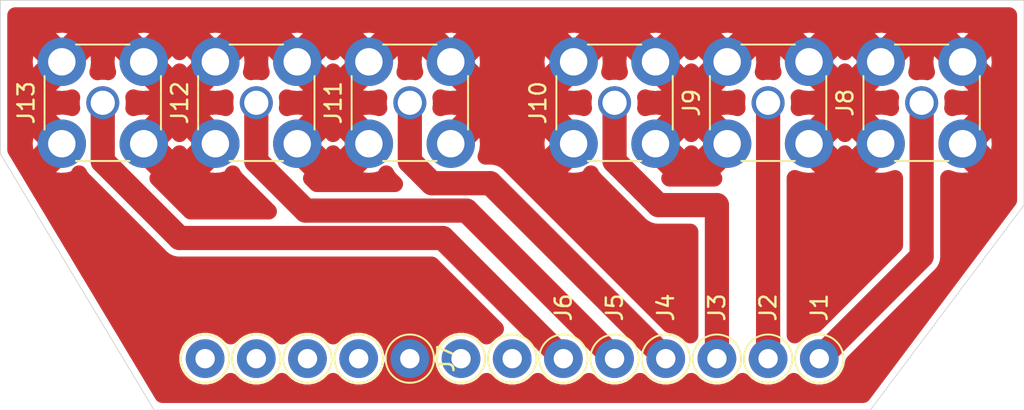
<source format=kicad_pcb>
(kicad_pcb (version 20171130) (host pcbnew "(5.1.9)-1")

  (general
    (thickness 1.6)
    (drawings 6)
    (tracks 19)
    (zones 0)
    (modules 19)
    (nets 8)
  )

  (page A4)
  (layers
    (0 F.Cu signal)
    (31 B.Cu signal)
    (32 B.Adhes user)
    (33 F.Adhes user)
    (34 B.Paste user)
    (35 F.Paste user)
    (36 B.SilkS user)
    (37 F.SilkS user)
    (38 B.Mask user)
    (39 F.Mask user)
    (40 Dwgs.User user)
    (41 Cmts.User user)
    (42 Eco1.User user)
    (43 Eco2.User user)
    (44 Edge.Cuts user)
    (45 Margin user)
    (46 B.CrtYd user hide)
    (47 F.CrtYd user)
    (48 B.Fab user)
    (49 F.Fab user hide)
  )

  (setup
    (last_trace_width 0.25)
    (user_trace_width 1.5)
    (trace_clearance 0.2)
    (zone_clearance 0.4)
    (zone_45_only no)
    (trace_min 0.2)
    (via_size 0.8)
    (via_drill 0.4)
    (via_min_size 0.4)
    (via_min_drill 0.3)
    (uvia_size 0.3)
    (uvia_drill 0.1)
    (uvias_allowed no)
    (uvia_min_size 0.2)
    (uvia_min_drill 0.1)
    (edge_width 0.05)
    (segment_width 0.2)
    (pcb_text_width 0.3)
    (pcb_text_size 1.5 1.5)
    (mod_edge_width 0.12)
    (mod_text_size 1 1)
    (mod_text_width 0.15)
    (pad_size 3 3)
    (pad_drill 1.7)
    (pad_to_mask_clearance 0)
    (aux_axis_origin 0 0)
    (visible_elements 7FFFFFFF)
    (pcbplotparams
      (layerselection 0x01000_7fffffff)
      (usegerberextensions false)
      (usegerberattributes true)
      (usegerberadvancedattributes true)
      (creategerberjobfile true)
      (excludeedgelayer true)
      (linewidth 0.100000)
      (plotframeref false)
      (viasonmask false)
      (mode 1)
      (useauxorigin false)
      (hpglpennumber 1)
      (hpglpenspeed 20)
      (hpglpendiameter 15.000000)
      (psnegative false)
      (psa4output false)
      (plotreference true)
      (plotvalue true)
      (plotinvisibletext false)
      (padsonsilk false)
      (subtractmaskfromsilk false)
      (outputformat 1)
      (mirror false)
      (drillshape 0)
      (scaleselection 1)
      (outputdirectory "gerber/"))
  )

  (net 0 "")
  (net 1 "Net-(J1-Pad1)")
  (net 2 "Net-(J2-Pad1)")
  (net 3 "Net-(J10-Pad1)")
  (net 4 "Net-(J11-Pad1)")
  (net 5 "Net-(J12-Pad1)")
  (net 6 "Net-(J13-Pad1)")
  (net 7 GNDA)

  (net_class Default "This is the default net class."
    (clearance 0.2)
    (trace_width 0.25)
    (via_dia 0.8)
    (via_drill 0.4)
    (uvia_dia 0.3)
    (uvia_drill 0.1)
    (add_net GNDA)
    (add_net "Net-(J1-Pad1)")
    (add_net "Net-(J10-Pad1)")
    (add_net "Net-(J11-Pad1)")
    (add_net "Net-(J12-Pad1)")
    (add_net "Net-(J13-Pad1)")
    (add_net "Net-(J2-Pad1)")
  )

  (module Connector_Pin:Pin_D1.0mm_L10.0mm_LooseFit (layer F.Cu) (tedit 5A1DC085) (tstamp 619CB25F)
    (at 104.775 104.775 90)
    (descr "solder Pin_ diameter 1.0mm, hole diameter 1.2mm (loose fit), length 10.0mm")
    (tags "solder Pin_ loose fit")
    (path /619D532B)
    (fp_text reference J6 (at 3.175 0 90) (layer F.SilkS) hide
      (effects (font (size 1 1) (thickness 0.15)))
    )
    (fp_text value Conn_01x01_Male (at 0 -2.05 90) (layer F.Fab)
      (effects (font (size 1 1) (thickness 0.15)))
    )
    (fp_circle (center 0 0) (end 1.7 0) (layer F.CrtYd) (width 0.05))
    (fp_circle (center 0 0) (end 0.5 0) (layer F.Fab) (width 0.12))
    (fp_circle (center 0 0) (end 1.2 0) (layer F.Fab) (width 0.12))
    (fp_circle (center 0 0) (end 1.5 0.05) (layer F.SilkS) (width 0.12))
    (fp_text user %R (at 0 2.25 90) (layer F.Fab)
      (effects (font (size 1 1) (thickness 0.15)))
    )
    (pad 1 thru_hole circle (at 0 0 90) (size 2.4 2.4) (drill 1.2) (layers *.Cu *.Mask))
    (model ${KISYS3DMOD}/Connector_Pin.3dshapes/Pin_D1.0mm_L10.0mm_LooseFit.wrl
      (at (xyz 0 0 0))
      (scale (xyz 1 1 1))
      (rotate (xyz 0 0 0))
    )
  )

  (module Connector_Pin:Pin_D1.0mm_L10.0mm_LooseFit (layer F.Cu) (tedit 5A1DC085) (tstamp 619CB256)
    (at 107.95 104.775 90)
    (descr "solder Pin_ diameter 1.0mm, hole diameter 1.2mm (loose fit), length 10.0mm")
    (tags "solder Pin_ loose fit")
    (path /619D532B)
    (fp_text reference J6 (at 3.175 0 90) (layer F.SilkS) hide
      (effects (font (size 1 1) (thickness 0.15)))
    )
    (fp_text value Conn_01x01_Male (at 0 -2.05 90) (layer F.Fab)
      (effects (font (size 1 1) (thickness 0.15)))
    )
    (fp_circle (center 0 0) (end 1.7 0) (layer F.CrtYd) (width 0.05))
    (fp_circle (center 0 0) (end 0.5 0) (layer F.Fab) (width 0.12))
    (fp_circle (center 0 0) (end 1.2 0) (layer F.Fab) (width 0.12))
    (fp_circle (center 0 0) (end 1.5 0.05) (layer F.SilkS) (width 0.12))
    (fp_text user %R (at 0 2.25 90) (layer F.Fab)
      (effects (font (size 1 1) (thickness 0.15)))
    )
    (pad 1 thru_hole circle (at 0 0 90) (size 2.4 2.4) (drill 1.2) (layers *.Cu *.Mask))
    (model ${KISYS3DMOD}/Connector_Pin.3dshapes/Pin_D1.0mm_L10.0mm_LooseFit.wrl
      (at (xyz 0 0 0))
      (scale (xyz 1 1 1))
      (rotate (xyz 0 0 0))
    )
  )

  (module Connector_Pin:Pin_D1.0mm_L10.0mm_LooseFit (layer F.Cu) (tedit 5A1DC085) (tstamp 619CB25F)
    (at 111.125 104.775 90)
    (descr "solder Pin_ diameter 1.0mm, hole diameter 1.2mm (loose fit), length 10.0mm")
    (tags "solder Pin_ loose fit")
    (path /619D532B)
    (fp_text reference J6 (at 3.175 0 90) (layer F.SilkS) hide
      (effects (font (size 1 1) (thickness 0.15)))
    )
    (fp_text value Conn_01x01_Male (at 0 -2.05 90) (layer F.Fab)
      (effects (font (size 1 1) (thickness 0.15)))
    )
    (fp_circle (center 0 0) (end 1.7 0) (layer F.CrtYd) (width 0.05))
    (fp_circle (center 0 0) (end 0.5 0) (layer F.Fab) (width 0.12))
    (fp_circle (center 0 0) (end 1.2 0) (layer F.Fab) (width 0.12))
    (fp_circle (center 0 0) (end 1.5 0.05) (layer F.SilkS) (width 0.12))
    (fp_text user %R (at 0 2.25 90) (layer F.Fab)
      (effects (font (size 1 1) (thickness 0.15)))
    )
    (pad 1 thru_hole circle (at 0 0 90) (size 2.4 2.4) (drill 1.2) (layers *.Cu *.Mask))
    (model ${KISYS3DMOD}/Connector_Pin.3dshapes/Pin_D1.0mm_L10.0mm_LooseFit.wrl
      (at (xyz 0 0 0))
      (scale (xyz 1 1 1))
      (rotate (xyz 0 0 0))
    )
  )

  (module Connector_Pin:Pin_D1.0mm_L10.0mm_LooseFit (layer F.Cu) (tedit 5A1DC085) (tstamp 619CB256)
    (at 101.6 104.775 90)
    (descr "solder Pin_ diameter 1.0mm, hole diameter 1.2mm (loose fit), length 10.0mm")
    (tags "solder Pin_ loose fit")
    (path /619D532B)
    (fp_text reference J6 (at 3.175 0 90) (layer F.SilkS) hide
      (effects (font (size 1 1) (thickness 0.15)))
    )
    (fp_text value Conn_01x01_Male (at 0 -2.05 90) (layer F.Fab)
      (effects (font (size 1 1) (thickness 0.15)))
    )
    (fp_circle (center 0 0) (end 1.7 0) (layer F.CrtYd) (width 0.05))
    (fp_circle (center 0 0) (end 0.5 0) (layer F.Fab) (width 0.12))
    (fp_circle (center 0 0) (end 1.2 0) (layer F.Fab) (width 0.12))
    (fp_circle (center 0 0) (end 1.5 0.05) (layer F.SilkS) (width 0.12))
    (fp_text user %R (at 0 2.25 90) (layer F.Fab)
      (effects (font (size 1 1) (thickness 0.15)))
    )
    (pad 1 thru_hole circle (at 0 0 90) (size 2.4 2.4) (drill 1.2) (layers *.Cu *.Mask))
    (model ${KISYS3DMOD}/Connector_Pin.3dshapes/Pin_D1.0mm_L10.0mm_LooseFit.wrl
      (at (xyz 0 0 0))
      (scale (xyz 1 1 1))
      (rotate (xyz 0 0 0))
    )
  )

  (module Connector_Pin:Pin_D1.0mm_L10.0mm_LooseFit (layer F.Cu) (tedit 5A1DC085) (tstamp 619CB1ED)
    (at 117.475 104.775 90)
    (descr "solder Pin_ diameter 1.0mm, hole diameter 1.2mm (loose fit), length 10.0mm")
    (tags "solder Pin_ loose fit")
    (path /619D532B)
    (fp_text reference J6 (at 3.175 0 90) (layer F.SilkS) hide
      (effects (font (size 1 1) (thickness 0.15)))
    )
    (fp_text value Conn_01x01_Male (at 0 -2.05 90) (layer F.Fab)
      (effects (font (size 1 1) (thickness 0.15)))
    )
    (fp_circle (center 0 0) (end 1.7 0) (layer F.CrtYd) (width 0.05))
    (fp_circle (center 0 0) (end 0.5 0) (layer F.Fab) (width 0.12))
    (fp_circle (center 0 0) (end 1.2 0) (layer F.Fab) (width 0.12))
    (fp_circle (center 0 0) (end 1.5 0.05) (layer F.SilkS) (width 0.12))
    (fp_text user %R (at 0 2.25 90) (layer F.Fab)
      (effects (font (size 1 1) (thickness 0.15)))
    )
    (pad 1 thru_hole circle (at 0 0 90) (size 2.4 2.4) (drill 1.2) (layers *.Cu *.Mask))
    (model ${KISYS3DMOD}/Connector_Pin.3dshapes/Pin_D1.0mm_L10.0mm_LooseFit.wrl
      (at (xyz 0 0 0))
      (scale (xyz 1 1 1))
      (rotate (xyz 0 0 0))
    )
  )

  (module Connector_Pin:Pin_D1.0mm_L10.0mm_LooseFit (layer F.Cu) (tedit 5A1DC085) (tstamp 619CB1ED)
    (at 120.65 104.775 90)
    (descr "solder Pin_ diameter 1.0mm, hole diameter 1.2mm (loose fit), length 10.0mm")
    (tags "solder Pin_ loose fit")
    (path /619D532B)
    (fp_text reference J6 (at 3.175 0 90) (layer F.SilkS) hide
      (effects (font (size 1 1) (thickness 0.15)))
    )
    (fp_text value Conn_01x01_Male (at 0 -2.05 90) (layer F.Fab)
      (effects (font (size 1 1) (thickness 0.15)))
    )
    (fp_circle (center 0 0) (end 1.7 0) (layer F.CrtYd) (width 0.05))
    (fp_circle (center 0 0) (end 0.5 0) (layer F.Fab) (width 0.12))
    (fp_circle (center 0 0) (end 1.2 0) (layer F.Fab) (width 0.12))
    (fp_circle (center 0 0) (end 1.5 0.05) (layer F.SilkS) (width 0.12))
    (fp_text user %R (at 0 2.25 90) (layer F.Fab)
      (effects (font (size 1 1) (thickness 0.15)))
    )
    (pad 1 thru_hole circle (at 0 0 90) (size 2.4 2.4) (drill 1.2) (layers *.Cu *.Mask))
    (model ${KISYS3DMOD}/Connector_Pin.3dshapes/Pin_D1.0mm_L10.0mm_LooseFit.wrl
      (at (xyz 0 0 0))
      (scale (xyz 1 1 1))
      (rotate (xyz 0 0 0))
    )
  )

  (module Connector_Coaxial:SMA_Amphenol_132291-12_Vertical (layer F.Cu) (tedit 619C84FB) (tstamp 619CAF95)
    (at 95.25 88.9 90)
    (descr https://www.amphenolrf.com/downloads/dl/file/id/1688/product/3020/132291_12_customer_drawing.pdf)
    (tags "SMA THT Female Jack Vertical Bulkhead")
    (path /619D531F)
    (fp_text reference J13 (at 0 -4.75 90) (layer F.SilkS)
      (effects (font (size 1 1) (thickness 0.15)))
    )
    (fp_text value Conn_Coaxial (at 0 5 90) (layer F.Fab)
      (effects (font (size 1 1) (thickness 0.15)))
    )
    (fp_circle (center 0 0) (end 3.175 0) (layer F.Fab) (width 0.1))
    (fp_line (start 4.17 4.17) (end -4.17 4.17) (layer F.CrtYd) (width 0.05))
    (fp_line (start 4.17 4.17) (end 4.17 -4.17) (layer F.CrtYd) (width 0.05))
    (fp_line (start -4.17 -4.17) (end -4.17 4.17) (layer F.CrtYd) (width 0.05))
    (fp_line (start -4.17 -4.17) (end 4.17 -4.17) (layer F.CrtYd) (width 0.05))
    (fp_line (start -3.5 -3.5) (end 3.5 -3.5) (layer F.Fab) (width 0.1))
    (fp_line (start -3.5 -3.5) (end -3.5 3.5) (layer F.Fab) (width 0.1))
    (fp_line (start -3.5 3.5) (end 3.5 3.5) (layer F.Fab) (width 0.1))
    (fp_line (start 3.5 -3.5) (end 3.5 3.5) (layer F.Fab) (width 0.1))
    (fp_line (start 3.61 -1.66) (end 3.61 1.66) (layer F.SilkS) (width 0.12))
    (fp_line (start -3.61 -1.66) (end -3.61 1.66) (layer F.SilkS) (width 0.12))
    (fp_line (start 1.66 -3.61) (end -1.66 -3.61) (layer F.SilkS) (width 0.12))
    (fp_line (start 1.66 3.61) (end -1.66 3.61) (layer F.SilkS) (width 0.12))
    (fp_text user %R (at 0 0 90) (layer F.Fab)
      (effects (font (size 1 1) (thickness 0.15)))
    )
    (pad 2 thru_hole circle (at -2.54 2.54 90) (size 3 3) (drill 1.7) (layers *.Cu *.Mask)
      (net 7 GNDA))
    (pad 2 thru_hole circle (at -2.54 -2.54 90) (size 3 3) (drill 1.7) (layers *.Cu *.Mask)
      (net 7 GNDA))
    (pad 2 thru_hole circle (at 2.54 -2.54 90) (size 3 3) (drill 1.7) (layers *.Cu *.Mask)
      (net 7 GNDA))
    (pad 2 thru_hole circle (at 2.54 2.54 90) (size 3 3) (drill 1.7) (layers *.Cu *.Mask)
      (net 7 GNDA))
    (pad 1 thru_hole circle (at 0 0 90) (size 2.05 2.05) (drill 1.5) (layers *.Cu *.Mask)
      (net 6 "Net-(J13-Pad1)"))
    (model ${KISYS3DMOD}/Connector_Coaxial.3dshapes/SMA_Amphenol_132291-12_Vertical.wrl
      (at (xyz 0 0 0))
      (scale (xyz 1 1 1))
      (rotate (xyz 0 0 0))
    )
  )

  (module Connector_Coaxial:SMA_Amphenol_132291-12_Vertical (layer F.Cu) (tedit 619C84E1) (tstamp 619CAF7E)
    (at 104.775 88.9 90)
    (descr https://www.amphenolrf.com/downloads/dl/file/id/1688/product/3020/132291_12_customer_drawing.pdf)
    (tags "SMA THT Female Jack Vertical Bulkhead")
    (path /619D530D)
    (fp_text reference J12 (at 0 -4.75 90) (layer F.SilkS)
      (effects (font (size 1 1) (thickness 0.15)))
    )
    (fp_text value Conn_Coaxial (at 0 5 90) (layer F.Fab)
      (effects (font (size 1 1) (thickness 0.15)))
    )
    (fp_circle (center 0 0) (end 3.175 0) (layer F.Fab) (width 0.1))
    (fp_line (start 4.17 4.17) (end -4.17 4.17) (layer F.CrtYd) (width 0.05))
    (fp_line (start 4.17 4.17) (end 4.17 -4.17) (layer F.CrtYd) (width 0.05))
    (fp_line (start -4.17 -4.17) (end -4.17 4.17) (layer F.CrtYd) (width 0.05))
    (fp_line (start -4.17 -4.17) (end 4.17 -4.17) (layer F.CrtYd) (width 0.05))
    (fp_line (start -3.5 -3.5) (end 3.5 -3.5) (layer F.Fab) (width 0.1))
    (fp_line (start -3.5 -3.5) (end -3.5 3.5) (layer F.Fab) (width 0.1))
    (fp_line (start -3.5 3.5) (end 3.5 3.5) (layer F.Fab) (width 0.1))
    (fp_line (start 3.5 -3.5) (end 3.5 3.5) (layer F.Fab) (width 0.1))
    (fp_line (start 3.61 -1.66) (end 3.61 1.66) (layer F.SilkS) (width 0.12))
    (fp_line (start -3.61 -1.66) (end -3.61 1.66) (layer F.SilkS) (width 0.12))
    (fp_line (start 1.66 -3.61) (end -1.66 -3.61) (layer F.SilkS) (width 0.12))
    (fp_line (start 1.66 3.61) (end -1.66 3.61) (layer F.SilkS) (width 0.12))
    (fp_text user %R (at 0 0 90) (layer F.Fab)
      (effects (font (size 1 1) (thickness 0.15)))
    )
    (pad 2 thru_hole circle (at -2.54 2.54 90) (size 3 3) (drill 1.7) (layers *.Cu *.Mask)
      (net 7 GNDA))
    (pad 2 thru_hole circle (at -2.54 -2.54 90) (size 3 3) (drill 1.7) (layers *.Cu *.Mask)
      (net 7 GNDA))
    (pad 2 thru_hole circle (at 2.54 -2.54 90) (size 3 3) (drill 1.7) (layers *.Cu *.Mask)
      (net 7 GNDA))
    (pad 2 thru_hole circle (at 2.54 2.54 90) (size 3 3) (drill 1.7) (layers *.Cu *.Mask)
      (net 7 GNDA))
    (pad 1 thru_hole circle (at 0 0 90) (size 2.05 2.05) (drill 1.5) (layers *.Cu *.Mask)
      (net 5 "Net-(J12-Pad1)"))
    (model ${KISYS3DMOD}/Connector_Coaxial.3dshapes/SMA_Amphenol_132291-12_Vertical.wrl
      (at (xyz 0 0 0))
      (scale (xyz 1 1 1))
      (rotate (xyz 0 0 0))
    )
  )

  (module Connector_Coaxial:SMA_Amphenol_132291-12_Vertical (layer F.Cu) (tedit 619C84EF) (tstamp 619CAF67)
    (at 114.3 88.9 90)
    (descr https://www.amphenolrf.com/downloads/dl/file/id/1688/product/3020/132291_12_customer_drawing.pdf)
    (tags "SMA THT Female Jack Vertical Bulkhead")
    (path /619D52FB)
    (fp_text reference J11 (at 0 -4.75 90) (layer F.SilkS)
      (effects (font (size 1 1) (thickness 0.15)))
    )
    (fp_text value Conn_Coaxial (at 0 5 90) (layer F.Fab)
      (effects (font (size 1 1) (thickness 0.15)))
    )
    (fp_circle (center 0 0) (end 3.175 0) (layer F.Fab) (width 0.1))
    (fp_line (start 4.17 4.17) (end -4.17 4.17) (layer F.CrtYd) (width 0.05))
    (fp_line (start 4.17 4.17) (end 4.17 -4.17) (layer F.CrtYd) (width 0.05))
    (fp_line (start -4.17 -4.17) (end -4.17 4.17) (layer F.CrtYd) (width 0.05))
    (fp_line (start -4.17 -4.17) (end 4.17 -4.17) (layer F.CrtYd) (width 0.05))
    (fp_line (start -3.5 -3.5) (end 3.5 -3.5) (layer F.Fab) (width 0.1))
    (fp_line (start -3.5 -3.5) (end -3.5 3.5) (layer F.Fab) (width 0.1))
    (fp_line (start -3.5 3.5) (end 3.5 3.5) (layer F.Fab) (width 0.1))
    (fp_line (start 3.5 -3.5) (end 3.5 3.5) (layer F.Fab) (width 0.1))
    (fp_line (start 3.61 -1.66) (end 3.61 1.66) (layer F.SilkS) (width 0.12))
    (fp_line (start -3.61 -1.66) (end -3.61 1.66) (layer F.SilkS) (width 0.12))
    (fp_line (start 1.66 -3.61) (end -1.66 -3.61) (layer F.SilkS) (width 0.12))
    (fp_line (start 1.66 3.61) (end -1.66 3.61) (layer F.SilkS) (width 0.12))
    (fp_text user %R (at 0 0 90) (layer F.Fab)
      (effects (font (size 1 1) (thickness 0.15)))
    )
    (pad 2 thru_hole circle (at -2.54 2.54 90) (size 3 3) (drill 1.7) (layers *.Cu *.Mask)
      (net 7 GNDA))
    (pad 2 thru_hole circle (at -2.54 -2.54 90) (size 3 3) (drill 1.7) (layers *.Cu *.Mask)
      (net 7 GNDA))
    (pad 2 thru_hole circle (at 2.54 -2.54 90) (size 3 3) (drill 1.7) (layers *.Cu *.Mask)
      (net 7 GNDA))
    (pad 2 thru_hole circle (at 2.54 2.54 90) (size 3 3) (drill 1.7) (layers *.Cu *.Mask)
      (net 7 GNDA))
    (pad 1 thru_hole circle (at 0 0 90) (size 2.05 2.05) (drill 1.5) (layers *.Cu *.Mask)
      (net 4 "Net-(J11-Pad1)"))
    (model ${KISYS3DMOD}/Connector_Coaxial.3dshapes/SMA_Amphenol_132291-12_Vertical.wrl
      (at (xyz 0 0 0))
      (scale (xyz 1 1 1))
      (rotate (xyz 0 0 0))
    )
  )

  (module Connector_Coaxial:SMA_Amphenol_132291-12_Vertical (layer F.Cu) (tedit 619C84D0) (tstamp 619CAF50)
    (at 127 88.9 90)
    (descr https://www.amphenolrf.com/downloads/dl/file/id/1688/product/3020/132291_12_customer_drawing.pdf)
    (tags "SMA THT Female Jack Vertical Bulkhead")
    (path /619D39E8)
    (fp_text reference J10 (at 0 -4.75 90) (layer F.SilkS)
      (effects (font (size 1 1) (thickness 0.15)))
    )
    (fp_text value Conn_Coaxial (at 0 5 90) (layer F.Fab)
      (effects (font (size 1 1) (thickness 0.15)))
    )
    (fp_circle (center 0 0) (end 3.175 0) (layer F.Fab) (width 0.1))
    (fp_line (start 4.17 4.17) (end -4.17 4.17) (layer F.CrtYd) (width 0.05))
    (fp_line (start 4.17 4.17) (end 4.17 -4.17) (layer F.CrtYd) (width 0.05))
    (fp_line (start -4.17 -4.17) (end -4.17 4.17) (layer F.CrtYd) (width 0.05))
    (fp_line (start -4.17 -4.17) (end 4.17 -4.17) (layer F.CrtYd) (width 0.05))
    (fp_line (start -3.5 -3.5) (end 3.5 -3.5) (layer F.Fab) (width 0.1))
    (fp_line (start -3.5 -3.5) (end -3.5 3.5) (layer F.Fab) (width 0.1))
    (fp_line (start -3.5 3.5) (end 3.5 3.5) (layer F.Fab) (width 0.1))
    (fp_line (start 3.5 -3.5) (end 3.5 3.5) (layer F.Fab) (width 0.1))
    (fp_line (start 3.61 -1.66) (end 3.61 1.66) (layer F.SilkS) (width 0.12))
    (fp_line (start -3.61 -1.66) (end -3.61 1.66) (layer F.SilkS) (width 0.12))
    (fp_line (start 1.66 -3.61) (end -1.66 -3.61) (layer F.SilkS) (width 0.12))
    (fp_line (start 1.66 3.61) (end -1.66 3.61) (layer F.SilkS) (width 0.12))
    (fp_text user %R (at 0 0 90) (layer F.Fab)
      (effects (font (size 1 1) (thickness 0.15)))
    )
    (pad 2 thru_hole circle (at -2.54 2.54 90) (size 3 3) (drill 1.7) (layers *.Cu *.Mask)
      (net 7 GNDA))
    (pad 2 thru_hole circle (at -2.54 -2.54 90) (size 3 3) (drill 1.7) (layers *.Cu *.Mask)
      (net 7 GNDA))
    (pad 2 thru_hole circle (at 2.54 -2.54 90) (size 3 3) (drill 1.7) (layers *.Cu *.Mask)
      (net 7 GNDA))
    (pad 2 thru_hole circle (at 2.54 2.54 90) (size 3 3) (drill 1.7) (layers *.Cu *.Mask)
      (net 7 GNDA))
    (pad 1 thru_hole circle (at 0 0 90) (size 2.05 2.05) (drill 1.5) (layers *.Cu *.Mask)
      (net 3 "Net-(J10-Pad1)"))
    (model ${KISYS3DMOD}/Connector_Coaxial.3dshapes/SMA_Amphenol_132291-12_Vertical.wrl
      (at (xyz 0 0 0))
      (scale (xyz 1 1 1))
      (rotate (xyz 0 0 0))
    )
  )

  (module Connector_Coaxial:SMA_Amphenol_132291-12_Vertical (layer F.Cu) (tedit 619C84A6) (tstamp 619CAF39)
    (at 136.525 88.9 90)
    (descr https://www.amphenolrf.com/downloads/dl/file/id/1688/product/3020/132291_12_customer_drawing.pdf)
    (tags "SMA THT Female Jack Vertical Bulkhead")
    (path /619D2E3C)
    (fp_text reference J9 (at 0 -4.75 90) (layer F.SilkS)
      (effects (font (size 1 1) (thickness 0.15)))
    )
    (fp_text value Conn_Coaxial (at 0 5 90) (layer F.Fab)
      (effects (font (size 1 1) (thickness 0.15)))
    )
    (fp_circle (center 0 0) (end 3.175 0) (layer F.Fab) (width 0.1))
    (fp_line (start 4.17 4.17) (end -4.17 4.17) (layer F.CrtYd) (width 0.05))
    (fp_line (start 4.17 4.17) (end 4.17 -4.17) (layer F.CrtYd) (width 0.05))
    (fp_line (start -4.17 -4.17) (end -4.17 4.17) (layer F.CrtYd) (width 0.05))
    (fp_line (start -4.17 -4.17) (end 4.17 -4.17) (layer F.CrtYd) (width 0.05))
    (fp_line (start -3.5 -3.5) (end 3.5 -3.5) (layer F.Fab) (width 0.1))
    (fp_line (start -3.5 -3.5) (end -3.5 3.5) (layer F.Fab) (width 0.1))
    (fp_line (start -3.5 3.5) (end 3.5 3.5) (layer F.Fab) (width 0.1))
    (fp_line (start 3.5 -3.5) (end 3.5 3.5) (layer F.Fab) (width 0.1))
    (fp_line (start 3.61 -1.66) (end 3.61 1.66) (layer F.SilkS) (width 0.12))
    (fp_line (start -3.61 -1.66) (end -3.61 1.66) (layer F.SilkS) (width 0.12))
    (fp_line (start 1.66 -3.61) (end -1.66 -3.61) (layer F.SilkS) (width 0.12))
    (fp_line (start 1.66 3.61) (end -1.66 3.61) (layer F.SilkS) (width 0.12))
    (fp_text user %R (at 0 0 90) (layer F.Fab)
      (effects (font (size 1 1) (thickness 0.15)))
    )
    (pad 2 thru_hole circle (at -2.54 2.54 90) (size 3 3) (drill 1.7) (layers *.Cu *.Mask)
      (net 7 GNDA))
    (pad 2 thru_hole circle (at -2.54 -2.54 90) (size 3 3) (drill 1.7) (layers *.Cu *.Mask)
      (net 7 GNDA))
    (pad 2 thru_hole circle (at 2.54 -2.54 90) (size 3 3) (drill 1.7) (layers *.Cu *.Mask)
      (net 7 GNDA))
    (pad 2 thru_hole circle (at 2.54 2.54 90) (size 3 3) (drill 1.7) (layers *.Cu *.Mask)
      (net 7 GNDA))
    (pad 1 thru_hole circle (at 0 0 90) (size 2.05 2.05) (drill 1.5) (layers *.Cu *.Mask)
      (net 2 "Net-(J2-Pad1)"))
    (model ${KISYS3DMOD}/Connector_Coaxial.3dshapes/SMA_Amphenol_132291-12_Vertical.wrl
      (at (xyz 0 0 0))
      (scale (xyz 1 1 1))
      (rotate (xyz 0 0 0))
    )
  )

  (module Connector_Coaxial:SMA_Amphenol_132291-12_Vertical (layer F.Cu) (tedit 619C8492) (tstamp 619CAF22)
    (at 146.05 88.9 90)
    (descr https://www.amphenolrf.com/downloads/dl/file/id/1688/product/3020/132291_12_customer_drawing.pdf)
    (tags "SMA THT Female Jack Vertical Bulkhead")
    (path /619C7626)
    (fp_text reference J8 (at 0 -4.75 90) (layer F.SilkS)
      (effects (font (size 1 1) (thickness 0.15)))
    )
    (fp_text value Conn_Coaxial (at 0 5 90) (layer F.Fab)
      (effects (font (size 1 1) (thickness 0.15)))
    )
    (fp_circle (center 0 0) (end 3.175 0) (layer F.Fab) (width 0.1))
    (fp_line (start 4.17 4.17) (end -4.17 4.17) (layer F.CrtYd) (width 0.05))
    (fp_line (start 4.17 4.17) (end 4.17 -4.17) (layer F.CrtYd) (width 0.05))
    (fp_line (start -4.17 -4.17) (end -4.17 4.17) (layer F.CrtYd) (width 0.05))
    (fp_line (start -4.17 -4.17) (end 4.17 -4.17) (layer F.CrtYd) (width 0.05))
    (fp_line (start -3.5 -3.5) (end 3.5 -3.5) (layer F.Fab) (width 0.1))
    (fp_line (start -3.5 -3.5) (end -3.5 3.5) (layer F.Fab) (width 0.1))
    (fp_line (start -3.5 3.5) (end 3.5 3.5) (layer F.Fab) (width 0.1))
    (fp_line (start 3.5 -3.5) (end 3.5 3.5) (layer F.Fab) (width 0.1))
    (fp_line (start 3.61 -1.66) (end 3.61 1.66) (layer F.SilkS) (width 0.12))
    (fp_line (start -3.61 -1.66) (end -3.61 1.66) (layer F.SilkS) (width 0.12))
    (fp_line (start 1.66 -3.61) (end -1.66 -3.61) (layer F.SilkS) (width 0.12))
    (fp_line (start 1.66 3.61) (end -1.66 3.61) (layer F.SilkS) (width 0.12))
    (fp_text user %R (at 0 0 90) (layer F.Fab)
      (effects (font (size 1 1) (thickness 0.15)))
    )
    (pad 2 thru_hole circle (at -2.54 2.54 90) (size 3 3) (drill 1.7) (layers *.Cu *.Mask)
      (net 7 GNDA))
    (pad 2 thru_hole circle (at -2.54 -2.54 90) (size 3 3) (drill 1.7) (layers *.Cu *.Mask)
      (net 7 GNDA))
    (pad 2 thru_hole circle (at 2.54 -2.54 90) (size 3 3) (drill 1.7) (layers *.Cu *.Mask)
      (net 7 GNDA))
    (pad 2 thru_hole circle (at 2.54 2.54 90) (size 3 3) (drill 1.7) (layers *.Cu *.Mask)
      (net 7 GNDA))
    (pad 1 thru_hole circle (at 0 0 90) (size 2.05 2.05) (drill 1.5) (layers *.Cu *.Mask)
      (net 1 "Net-(J1-Pad1)"))
    (model ${KISYS3DMOD}/Connector_Coaxial.3dshapes/SMA_Amphenol_132291-12_Vertical.wrl
      (at (xyz 0 0 0))
      (scale (xyz 1 1 1))
      (rotate (xyz 0 0 0))
    )
  )

  (module Connector_Pin:Pin_D1.0mm_L10.0mm_LooseFit (layer F.Cu) (tedit 5A1DC085) (tstamp 619CAF0B)
    (at 114.3 104.775 90)
    (descr "solder Pin_ diameter 1.0mm, hole diameter 1.2mm (loose fit), length 10.0mm")
    (tags "solder Pin_ loose fit")
    (path /619D9124)
    (fp_text reference J7 (at 0 2.25 90) (layer F.SilkS)
      (effects (font (size 1 1) (thickness 0.15)))
    )
    (fp_text value Conn_01x01_Male (at 0 -2.05 90) (layer F.Fab)
      (effects (font (size 1 1) (thickness 0.15)))
    )
    (fp_circle (center 0 0) (end 1.7 0) (layer F.CrtYd) (width 0.05))
    (fp_circle (center 0 0) (end 0.5 0) (layer F.Fab) (width 0.12))
    (fp_circle (center 0 0) (end 1.2 0) (layer F.Fab) (width 0.12))
    (fp_circle (center 0 0) (end 1.5 0.05) (layer F.SilkS) (width 0.12))
    (fp_text user %R (at 0 2.25 90) (layer F.Fab)
      (effects (font (size 1 1) (thickness 0.15)))
    )
    (pad 1 thru_hole circle (at 0 0 90) (size 2.4 2.4) (drill 1.2) (layers *.Cu *.Mask)
      (net 7 GNDA))
    (model ${KISYS3DMOD}/Connector_Pin.3dshapes/Pin_D1.0mm_L10.0mm_LooseFit.wrl
      (at (xyz 0 0 0))
      (scale (xyz 1 1 1))
      (rotate (xyz 0 0 0))
    )
  )

  (module Connector_Pin:Pin_D1.0mm_L10.0mm_LooseFit (layer F.Cu) (tedit 5A1DC085) (tstamp 619CAF01)
    (at 123.825 104.775 90)
    (descr "solder Pin_ diameter 1.0mm, hole diameter 1.2mm (loose fit), length 10.0mm")
    (tags "solder Pin_ loose fit")
    (path /619D532B)
    (fp_text reference J6 (at 3.175 0 90) (layer F.SilkS)
      (effects (font (size 1 1) (thickness 0.15)))
    )
    (fp_text value Conn_01x01_Male (at 0 -2.05 90) (layer F.Fab)
      (effects (font (size 1 1) (thickness 0.15)))
    )
    (fp_circle (center 0 0) (end 1.7 0) (layer F.CrtYd) (width 0.05))
    (fp_circle (center 0 0) (end 0.5 0) (layer F.Fab) (width 0.12))
    (fp_circle (center 0 0) (end 1.2 0) (layer F.Fab) (width 0.12))
    (fp_circle (center 0 0) (end 1.5 0.05) (layer F.SilkS) (width 0.12))
    (fp_text user %R (at 0 2.25 90) (layer F.Fab)
      (effects (font (size 1 1) (thickness 0.15)))
    )
    (pad 1 thru_hole circle (at 0 0 90) (size 2.4 2.4) (drill 1.2) (layers *.Cu *.Mask)
      (net 6 "Net-(J13-Pad1)"))
    (model ${KISYS3DMOD}/Connector_Pin.3dshapes/Pin_D1.0mm_L10.0mm_LooseFit.wrl
      (at (xyz 0 0 0))
      (scale (xyz 1 1 1))
      (rotate (xyz 0 0 0))
    )
  )

  (module Connector_Pin:Pin_D1.0mm_L10.0mm_LooseFit (layer F.Cu) (tedit 5A1DC085) (tstamp 619CAEF7)
    (at 127 104.775 90)
    (descr "solder Pin_ diameter 1.0mm, hole diameter 1.2mm (loose fit), length 10.0mm")
    (tags "solder Pin_ loose fit")
    (path /619D5319)
    (fp_text reference J5 (at 3.175 0 90) (layer F.SilkS)
      (effects (font (size 1 1) (thickness 0.15)))
    )
    (fp_text value Conn_01x01_Male (at 0 -2.05 90) (layer F.Fab)
      (effects (font (size 1 1) (thickness 0.15)))
    )
    (fp_circle (center 0 0) (end 1.7 0) (layer F.CrtYd) (width 0.05))
    (fp_circle (center 0 0) (end 0.5 0) (layer F.Fab) (width 0.12))
    (fp_circle (center 0 0) (end 1.2 0) (layer F.Fab) (width 0.12))
    (fp_circle (center 0 0) (end 1.5 0.05) (layer F.SilkS) (width 0.12))
    (fp_text user %R (at 0 2.25 90) (layer F.Fab)
      (effects (font (size 1 1) (thickness 0.15)))
    )
    (pad 1 thru_hole circle (at 0 0 90) (size 2.4 2.4) (drill 1.2) (layers *.Cu *.Mask)
      (net 5 "Net-(J12-Pad1)"))
    (model ${KISYS3DMOD}/Connector_Pin.3dshapes/Pin_D1.0mm_L10.0mm_LooseFit.wrl
      (at (xyz 0 0 0))
      (scale (xyz 1 1 1))
      (rotate (xyz 0 0 0))
    )
  )

  (module Connector_Pin:Pin_D1.0mm_L10.0mm_LooseFit (layer F.Cu) (tedit 5A1DC085) (tstamp 619CAEED)
    (at 130.175 104.775 90)
    (descr "solder Pin_ diameter 1.0mm, hole diameter 1.2mm (loose fit), length 10.0mm")
    (tags "solder Pin_ loose fit")
    (path /619D5307)
    (fp_text reference J4 (at 3.175 0 90) (layer F.SilkS)
      (effects (font (size 1 1) (thickness 0.15)))
    )
    (fp_text value Conn_01x01_Male (at 0 -2.05 90) (layer F.Fab)
      (effects (font (size 1 1) (thickness 0.15)))
    )
    (fp_circle (center 0 0) (end 1.7 0) (layer F.CrtYd) (width 0.05))
    (fp_circle (center 0 0) (end 0.5 0) (layer F.Fab) (width 0.12))
    (fp_circle (center 0 0) (end 1.2 0) (layer F.Fab) (width 0.12))
    (fp_circle (center 0 0) (end 1.5 0.05) (layer F.SilkS) (width 0.12))
    (fp_text user %R (at 0 2.25 90) (layer F.Fab)
      (effects (font (size 1 1) (thickness 0.15)))
    )
    (pad 1 thru_hole circle (at 0 0 90) (size 2.4 2.4) (drill 1.2) (layers *.Cu *.Mask)
      (net 4 "Net-(J11-Pad1)"))
    (model ${KISYS3DMOD}/Connector_Pin.3dshapes/Pin_D1.0mm_L10.0mm_LooseFit.wrl
      (at (xyz 0 0 0))
      (scale (xyz 1 1 1))
      (rotate (xyz 0 0 0))
    )
  )

  (module Connector_Pin:Pin_D1.0mm_L10.0mm_LooseFit (layer F.Cu) (tedit 5A1DC085) (tstamp 619CAEE3)
    (at 133.35 104.775 90)
    (descr "solder Pin_ diameter 1.0mm, hole diameter 1.2mm (loose fit), length 10.0mm")
    (tags "solder Pin_ loose fit")
    (path /619D39F4)
    (fp_text reference J3 (at 3.175 0 90) (layer F.SilkS)
      (effects (font (size 1 1) (thickness 0.15)))
    )
    (fp_text value Conn_01x01_Male (at 0 -2.05 90) (layer F.Fab)
      (effects (font (size 1 1) (thickness 0.15)))
    )
    (fp_circle (center 0 0) (end 1.7 0) (layer F.CrtYd) (width 0.05))
    (fp_circle (center 0 0) (end 0.5 0) (layer F.Fab) (width 0.12))
    (fp_circle (center 0 0) (end 1.2 0) (layer F.Fab) (width 0.12))
    (fp_circle (center 0 0) (end 1.5 0.05) (layer F.SilkS) (width 0.12))
    (fp_text user %R (at 0 2.25 90) (layer F.Fab)
      (effects (font (size 1 1) (thickness 0.15)))
    )
    (pad 1 thru_hole circle (at 0 0 90) (size 2.4 2.4) (drill 1.2) (layers *.Cu *.Mask)
      (net 3 "Net-(J10-Pad1)"))
    (model ${KISYS3DMOD}/Connector_Pin.3dshapes/Pin_D1.0mm_L10.0mm_LooseFit.wrl
      (at (xyz 0 0 0))
      (scale (xyz 1 1 1))
      (rotate (xyz 0 0 0))
    )
  )

  (module Connector_Pin:Pin_D1.0mm_L10.0mm_LooseFit (layer F.Cu) (tedit 5A1DC085) (tstamp 619CAED9)
    (at 136.525 104.775 90)
    (descr "solder Pin_ diameter 1.0mm, hole diameter 1.2mm (loose fit), length 10.0mm")
    (tags "solder Pin_ loose fit")
    (path /619D2E48)
    (fp_text reference J2 (at 3.175 0 90) (layer F.SilkS)
      (effects (font (size 1 1) (thickness 0.15)))
    )
    (fp_text value Conn_01x01_Male (at 0 -2.05 90) (layer F.Fab)
      (effects (font (size 1 1) (thickness 0.15)))
    )
    (fp_circle (center 0 0) (end 1.7 0) (layer F.CrtYd) (width 0.05))
    (fp_circle (center 0 0) (end 0.5 0) (layer F.Fab) (width 0.12))
    (fp_circle (center 0 0) (end 1.2 0) (layer F.Fab) (width 0.12))
    (fp_circle (center 0 0) (end 1.5 0.05) (layer F.SilkS) (width 0.12))
    (fp_text user %R (at 0 2.25 90) (layer F.Fab)
      (effects (font (size 1 1) (thickness 0.15)))
    )
    (pad 1 thru_hole circle (at 0 0 90) (size 2.4 2.4) (drill 1.2) (layers *.Cu *.Mask)
      (net 2 "Net-(J2-Pad1)"))
    (model ${KISYS3DMOD}/Connector_Pin.3dshapes/Pin_D1.0mm_L10.0mm_LooseFit.wrl
      (at (xyz 0 0 0))
      (scale (xyz 1 1 1))
      (rotate (xyz 0 0 0))
    )
  )

  (module Connector_Pin:Pin_D1.0mm_L10.0mm_LooseFit (layer F.Cu) (tedit 5A1DC085) (tstamp 619CAECF)
    (at 139.7 104.775 90)
    (descr "solder Pin_ diameter 1.0mm, hole diameter 1.2mm (loose fit), length 10.0mm")
    (tags "solder Pin_ loose fit")
    (path /619CCBC5)
    (fp_text reference J1 (at 3.175 0 90) (layer F.SilkS)
      (effects (font (size 1 1) (thickness 0.15)))
    )
    (fp_text value Conn_01x01_Male (at 0 -2.05 90) (layer F.Fab)
      (effects (font (size 1 1) (thickness 0.15)))
    )
    (fp_circle (center 0 0) (end 1.7 0) (layer F.CrtYd) (width 0.05))
    (fp_circle (center 0 0) (end 0.5 0) (layer F.Fab) (width 0.12))
    (fp_circle (center 0 0) (end 1.2 0) (layer F.Fab) (width 0.12))
    (fp_circle (center 0 0) (end 1.5 0.05) (layer F.SilkS) (width 0.12))
    (fp_text user %R (at 0 2.25 90) (layer F.Fab)
      (effects (font (size 1 1) (thickness 0.15)))
    )
    (pad 1 thru_hole circle (at 0 0 90) (size 2.4 2.4) (drill 1.2) (layers *.Cu *.Mask)
      (net 1 "Net-(J1-Pad1)"))
    (model ${KISYS3DMOD}/Connector_Pin.3dshapes/Pin_D1.0mm_L10.0mm_LooseFit.wrl
      (at (xyz 0 0 0))
      (scale (xyz 1 1 1))
      (rotate (xyz 0 0 0))
    )
  )

  (gr_line (start 152.4 95.25) (end 142.875 107.95) (layer Edge.Cuts) (width 0.05) (tstamp 619CBBAC))
  (gr_line (start 152.4 82.55) (end 152.4 95.25) (layer Edge.Cuts) (width 0.05))
  (gr_line (start 88.9 82.55) (end 152.4 82.55) (layer Edge.Cuts) (width 0.05))
  (gr_line (start 88.9 92.075) (end 88.9 82.55) (layer Edge.Cuts) (width 0.05))
  (gr_line (start 98.425 107.95) (end 88.9 92.075) (layer Edge.Cuts) (width 0.05))
  (gr_line (start 142.875 107.95) (end 98.425 107.95) (layer Edge.Cuts) (width 0.05))

  (segment (start 139.7 104.775) (end 146.05 98.425) (width 1.5) (layer F.Cu) (net 1))
  (segment (start 146.05 98.425) (end 146.05 88.9) (width 1.5) (layer F.Cu) (net 1))
  (segment (start 136.525 104.775) (end 136.525 88.9) (width 1.5) (layer F.Cu) (net 2))
  (segment (start 133.35 104.775) (end 133.35 95.25) (width 1.5) (layer F.Cu) (net 3))
  (segment (start 127 92.526002) (end 127 88.9) (width 1.5) (layer F.Cu) (net 3))
  (segment (start 129.723998 95.25) (end 127 92.526002) (width 1.5) (layer F.Cu) (net 3))
  (segment (start 133.35 95.25) (end 129.723998 95.25) (width 1.5) (layer F.Cu) (net 3))
  (segment (start 114.3 92.526002) (end 114.3 88.9) (width 1.5) (layer F.Cu) (net 4))
  (segment (start 115.663999 93.890001) (end 114.3 92.526002) (width 1.5) (layer F.Cu) (net 4))
  (segment (start 119.290001 93.890001) (end 115.663999 93.890001) (width 1.5) (layer F.Cu) (net 4))
  (segment (start 130.175 104.775) (end 119.290001 93.890001) (width 1.5) (layer F.Cu) (net 4))
  (segment (start 104.775 92.526002) (end 104.775 88.9) (width 1.5) (layer F.Cu) (net 5))
  (segment (start 107.839009 95.590011) (end 104.775 92.526002) (width 1.5) (layer F.Cu) (net 5))
  (segment (start 117.815011 95.590011) (end 107.839009 95.590011) (width 1.5) (layer F.Cu) (net 5))
  (segment (start 127 104.775) (end 117.815011 95.590011) (width 1.5) (layer F.Cu) (net 5))
  (segment (start 95.25 92.526002) (end 95.25 88.9) (width 1.5) (layer F.Cu) (net 6))
  (segment (start 100.014019 97.290021) (end 95.25 92.526002) (width 1.5) (layer F.Cu) (net 6))
  (segment (start 116.340021 97.290021) (end 100.014019 97.290021) (width 1.5) (layer F.Cu) (net 6))
  (segment (start 123.825 104.775) (end 116.340021 97.290021) (width 1.5) (layer F.Cu) (net 6))

  (zone (net 7) (net_name GNDA) (layer F.Cu) (tstamp 0) (hatch edge 0.508)
    (connect_pads (clearance 0.4))
    (min_thickness 1)
    (fill yes (arc_segments 32) (thermal_gap 0.3) (thermal_bridge_width 2))
    (polygon
      (pts
        (xy 152.4 82.55) (xy 152.4 95.25) (xy 142.875 107.95) (xy 98.425 107.95) (xy 88.9 92.075)
        (xy 88.9 82.55)
      )
    )
    (filled_polygon
      (pts
        (xy 151.475001 94.941666) (xy 142.412501 107.025) (xy 98.948725 107.025) (xy 97.474626 104.568168) (xy 99.5 104.568168)
        (xy 99.5 104.981832) (xy 99.580702 105.387547) (xy 99.739004 105.769723) (xy 99.968823 106.113672) (xy 100.261328 106.406177)
        (xy 100.605277 106.635996) (xy 100.987453 106.794298) (xy 101.393168 106.875) (xy 101.806832 106.875) (xy 102.212547 106.794298)
        (xy 102.594723 106.635996) (xy 102.938672 106.406177) (xy 103.1875 106.157349) (xy 103.436328 106.406177) (xy 103.780277 106.635996)
        (xy 104.162453 106.794298) (xy 104.568168 106.875) (xy 104.981832 106.875) (xy 105.387547 106.794298) (xy 105.769723 106.635996)
        (xy 106.113672 106.406177) (xy 106.3625 106.157349) (xy 106.611328 106.406177) (xy 106.955277 106.635996) (xy 107.337453 106.794298)
        (xy 107.743168 106.875) (xy 108.156832 106.875) (xy 108.562547 106.794298) (xy 108.944723 106.635996) (xy 109.288672 106.406177)
        (xy 109.5375 106.157349) (xy 109.786328 106.406177) (xy 110.130277 106.635996) (xy 110.512453 106.794298) (xy 110.918168 106.875)
        (xy 111.331832 106.875) (xy 111.737547 106.794298) (xy 112.119723 106.635996) (xy 112.463672 106.406177) (xy 112.511472 106.358377)
        (xy 113.42373 106.358377) (xy 113.560394 106.643631) (xy 113.939157 106.752016) (xy 114.331787 106.784425) (xy 114.723196 106.739613)
        (xy 115.039606 106.643631) (xy 115.17627 106.358377) (xy 114.3 105.482107) (xy 113.42373 106.358377) (xy 112.511472 106.358377)
        (xy 112.756177 106.113672) (xy 112.985996 105.769723) (xy 113.144298 105.387547) (xy 113.185008 105.182885) (xy 113.592893 104.775)
        (xy 113.185008 104.367115) (xy 113.144298 104.162453) (xy 112.985996 103.780277) (xy 112.756177 103.436328) (xy 112.511472 103.191623)
        (xy 113.42373 103.191623) (xy 114.3 104.067893) (xy 115.17627 103.191623) (xy 115.039606 102.906369) (xy 114.660843 102.797984)
        (xy 114.268213 102.765575) (xy 113.876804 102.810387) (xy 113.560394 102.906369) (xy 113.42373 103.191623) (xy 112.511472 103.191623)
        (xy 112.463672 103.143823) (xy 112.119723 102.914004) (xy 111.737547 102.755702) (xy 111.331832 102.675) (xy 110.918168 102.675)
        (xy 110.512453 102.755702) (xy 110.130277 102.914004) (xy 109.786328 103.143823) (xy 109.5375 103.392651) (xy 109.288672 103.143823)
        (xy 108.944723 102.914004) (xy 108.562547 102.755702) (xy 108.156832 102.675) (xy 107.743168 102.675) (xy 107.337453 102.755702)
        (xy 106.955277 102.914004) (xy 106.611328 103.143823) (xy 106.3625 103.392651) (xy 106.113672 103.143823) (xy 105.769723 102.914004)
        (xy 105.387547 102.755702) (xy 104.981832 102.675) (xy 104.568168 102.675) (xy 104.162453 102.755702) (xy 103.780277 102.914004)
        (xy 103.436328 103.143823) (xy 103.1875 103.392651) (xy 102.938672 103.143823) (xy 102.594723 102.914004) (xy 102.212547 102.755702)
        (xy 101.806832 102.675) (xy 101.393168 102.675) (xy 100.987453 102.755702) (xy 100.605277 102.914004) (xy 100.261328 103.143823)
        (xy 99.968823 103.436328) (xy 99.739004 103.780277) (xy 99.580702 104.162453) (xy 99.5 104.568168) (xy 97.474626 104.568168)
        (xy 89.825 91.818792) (xy 89.825 91.39944) (xy 90.399227 91.39944) (xy 90.435714 91.851028) (xy 90.559601 92.286822)
        (xy 90.590645 92.361767) (xy 90.906125 92.536769) (xy 92.002893 91.44) (xy 90.906125 90.343231) (xy 90.590645 90.518233)
        (xy 90.451541 90.949409) (xy 90.399227 91.39944) (xy 89.825 91.39944) (xy 89.825 88.163875) (xy 91.613231 88.163875)
        (xy 91.788233 88.479355) (xy 92.219409 88.618459) (xy 92.66944 88.670773) (xy 93.121028 88.634286) (xy 93.353274 88.568263)
        (xy 93.325 88.710404) (xy 93.325 89.089596) (xy 93.353074 89.230734) (xy 93.200591 89.181541) (xy 92.75056 89.129227)
        (xy 92.298972 89.165714) (xy 91.863178 89.289601) (xy 91.788233 89.320645) (xy 91.613231 89.636125) (xy 92.71 90.732893)
        (xy 92.724142 90.718751) (xy 93.431249 91.425858) (xy 93.417107 91.44) (xy 93.431249 91.454142) (xy 92.724142 92.161249)
        (xy 92.71 92.147107) (xy 91.613231 93.243875) (xy 91.788233 93.559355) (xy 92.219409 93.698459) (xy 92.66944 93.750773)
        (xy 93.121028 93.714286) (xy 93.556822 93.590399) (xy 93.631767 93.559355) (xy 93.784375 93.284245) (xy 93.871438 93.447127)
        (xy 94.077629 93.698373) (xy 94.140593 93.750046) (xy 98.789979 98.399433) (xy 98.841648 98.462392) (xy 99.092893 98.668583)
        (xy 99.379536 98.821798) (xy 99.690563 98.916146) (xy 99.932967 98.940021) (xy 99.932976 98.940021) (xy 100.014018 98.948003)
        (xy 100.09506 98.940021) (xy 115.65657 98.940021) (xy 119.640456 102.923907) (xy 119.311328 103.143823) (xy 119.0625 103.392651)
        (xy 118.813672 103.143823) (xy 118.469723 102.914004) (xy 118.087547 102.755702) (xy 117.681832 102.675) (xy 117.268168 102.675)
        (xy 116.862453 102.755702) (xy 116.480277 102.914004) (xy 116.136328 103.143823) (xy 115.843823 103.436328) (xy 115.614004 103.780277)
        (xy 115.455702 104.162453) (xy 115.414992 104.367115) (xy 115.007107 104.775) (xy 115.414992 105.182885) (xy 115.455702 105.387547)
        (xy 115.614004 105.769723) (xy 115.843823 106.113672) (xy 116.136328 106.406177) (xy 116.480277 106.635996) (xy 116.862453 106.794298)
        (xy 117.268168 106.875) (xy 117.681832 106.875) (xy 118.087547 106.794298) (xy 118.469723 106.635996) (xy 118.813672 106.406177)
        (xy 119.0625 106.157349) (xy 119.311328 106.406177) (xy 119.655277 106.635996) (xy 120.037453 106.794298) (xy 120.443168 106.875)
        (xy 120.856832 106.875) (xy 121.262547 106.794298) (xy 121.644723 106.635996) (xy 121.988672 106.406177) (xy 122.2375 106.157349)
        (xy 122.486328 106.406177) (xy 122.830277 106.635996) (xy 123.212453 106.794298) (xy 123.618168 106.875) (xy 124.031832 106.875)
        (xy 124.437547 106.794298) (xy 124.819723 106.635996) (xy 125.163672 106.406177) (xy 125.4125 106.157349) (xy 125.661328 106.406177)
        (xy 126.005277 106.635996) (xy 126.387453 106.794298) (xy 126.793168 106.875) (xy 127.206832 106.875) (xy 127.612547 106.794298)
        (xy 127.994723 106.635996) (xy 128.338672 106.406177) (xy 128.5875 106.157349) (xy 128.836328 106.406177) (xy 129.180277 106.635996)
        (xy 129.562453 106.794298) (xy 129.968168 106.875) (xy 130.381832 106.875) (xy 130.787547 106.794298) (xy 131.169723 106.635996)
        (xy 131.513672 106.406177) (xy 131.7625 106.157349) (xy 132.011328 106.406177) (xy 132.355277 106.635996) (xy 132.737453 106.794298)
        (xy 133.143168 106.875) (xy 133.556832 106.875) (xy 133.962547 106.794298) (xy 134.344723 106.635996) (xy 134.688672 106.406177)
        (xy 134.9375 106.157349) (xy 135.186328 106.406177) (xy 135.530277 106.635996) (xy 135.912453 106.794298) (xy 136.318168 106.875)
        (xy 136.731832 106.875) (xy 137.137547 106.794298) (xy 137.519723 106.635996) (xy 137.863672 106.406177) (xy 138.1125 106.157349)
        (xy 138.361328 106.406177) (xy 138.705277 106.635996) (xy 139.087453 106.794298) (xy 139.493168 106.875) (xy 139.906832 106.875)
        (xy 140.312547 106.794298) (xy 140.694723 106.635996) (xy 141.038672 106.406177) (xy 141.331177 106.113672) (xy 141.560996 105.769723)
        (xy 141.719298 105.387547) (xy 141.79339 105.015061) (xy 147.159413 99.649039) (xy 147.222371 99.597371) (xy 147.428562 99.346126)
        (xy 147.581777 99.059483) (xy 147.676125 98.748456) (xy 147.7 98.506052) (xy 147.7 98.506043) (xy 147.707982 98.425001)
        (xy 147.7 98.343959) (xy 147.7 93.569604) (xy 148.099409 93.698459) (xy 148.54944 93.750773) (xy 149.001028 93.714286)
        (xy 149.436822 93.590399) (xy 149.511767 93.559355) (xy 149.686769 93.243875) (xy 148.59 92.147107) (xy 148.575858 92.161249)
        (xy 147.868751 91.454142) (xy 147.882893 91.44) (xy 149.297107 91.44) (xy 150.393875 92.536769) (xy 150.709355 92.361767)
        (xy 150.848459 91.930591) (xy 150.900773 91.48056) (xy 150.864286 91.028972) (xy 150.740399 90.593178) (xy 150.709355 90.518233)
        (xy 150.393875 90.343231) (xy 149.297107 91.44) (xy 147.882893 91.44) (xy 147.868751 91.425858) (xy 148.575858 90.718751)
        (xy 148.59 90.732893) (xy 149.686769 89.636125) (xy 149.511767 89.320645) (xy 149.080591 89.181541) (xy 148.63056 89.129227)
        (xy 148.178972 89.165714) (xy 147.946726 89.231737) (xy 147.975 89.089596) (xy 147.975 88.710404) (xy 147.946926 88.569266)
        (xy 148.099409 88.618459) (xy 148.54944 88.670773) (xy 149.001028 88.634286) (xy 149.436822 88.510399) (xy 149.511767 88.479355)
        (xy 149.686769 88.163875) (xy 148.59 87.067107) (xy 148.575858 87.081249) (xy 147.868751 86.374142) (xy 147.882893 86.36)
        (xy 149.297107 86.36) (xy 150.393875 87.456769) (xy 150.709355 87.281767) (xy 150.848459 86.850591) (xy 150.900773 86.40056)
        (xy 150.864286 85.948972) (xy 150.740399 85.513178) (xy 150.709355 85.438233) (xy 150.393875 85.263231) (xy 149.297107 86.36)
        (xy 147.882893 86.36) (xy 146.786125 85.263231) (xy 146.470645 85.438233) (xy 146.331541 85.869409) (xy 146.279227 86.31944)
        (xy 146.315714 86.771028) (xy 146.381737 87.003274) (xy 146.239596 86.975) (xy 145.860404 86.975) (xy 145.719266 87.003074)
        (xy 145.768459 86.850591) (xy 145.820773 86.40056) (xy 145.784286 85.948972) (xy 145.660399 85.513178) (xy 145.629355 85.438233)
        (xy 145.313875 85.263231) (xy 144.217107 86.36) (xy 144.231249 86.374142) (xy 143.524142 87.081249) (xy 143.51 87.067107)
        (xy 142.413231 88.163875) (xy 142.588233 88.479355) (xy 143.019409 88.618459) (xy 143.46944 88.670773) (xy 143.921028 88.634286)
        (xy 144.153274 88.568263) (xy 144.125 88.710404) (xy 144.125 89.089596) (xy 144.153074 89.230734) (xy 144.000591 89.181541)
        (xy 143.55056 89.129227) (xy 143.098972 89.165714) (xy 142.663178 89.289601) (xy 142.588233 89.320645) (xy 142.413231 89.636125)
        (xy 143.51 90.732893) (xy 143.524142 90.718751) (xy 144.231249 91.425858) (xy 144.217107 91.44) (xy 144.231249 91.454142)
        (xy 143.524142 92.161249) (xy 143.51 92.147107) (xy 142.413231 93.243875) (xy 142.588233 93.559355) (xy 143.019409 93.698459)
        (xy 143.46944 93.750773) (xy 143.921028 93.714286) (xy 144.356822 93.590399) (xy 144.400001 93.572513) (xy 144.4 97.741548)
        (xy 139.459939 102.68161) (xy 139.087453 102.755702) (xy 138.705277 102.914004) (xy 138.361328 103.143823) (xy 138.175 103.330151)
        (xy 138.175 93.569604) (xy 138.574409 93.698459) (xy 139.02444 93.750773) (xy 139.476028 93.714286) (xy 139.911822 93.590399)
        (xy 139.986767 93.559355) (xy 140.161769 93.243875) (xy 139.065 92.147107) (xy 139.050858 92.161249) (xy 138.343751 91.454142)
        (xy 138.357893 91.44) (xy 139.772107 91.44) (xy 140.868875 92.536769) (xy 141.184355 92.361767) (xy 141.288839 92.037903)
        (xy 141.359601 92.286822) (xy 141.390645 92.361767) (xy 141.706125 92.536769) (xy 142.802893 91.44) (xy 141.706125 90.343231)
        (xy 141.390645 90.518233) (xy 141.286161 90.842097) (xy 141.215399 90.593178) (xy 141.184355 90.518233) (xy 140.868875 90.343231)
        (xy 139.772107 91.44) (xy 138.357893 91.44) (xy 138.343751 91.425858) (xy 139.050858 90.718751) (xy 139.065 90.732893)
        (xy 140.161769 89.636125) (xy 139.986767 89.320645) (xy 139.555591 89.181541) (xy 139.10556 89.129227) (xy 138.653972 89.165714)
        (xy 138.421726 89.231737) (xy 138.45 89.089596) (xy 138.45 88.710404) (xy 138.421926 88.569266) (xy 138.574409 88.618459)
        (xy 139.02444 88.670773) (xy 139.476028 88.634286) (xy 139.911822 88.510399) (xy 139.986767 88.479355) (xy 140.161769 88.163875)
        (xy 139.065 87.067107) (xy 139.050858 87.081249) (xy 138.343751 86.374142) (xy 138.357893 86.36) (xy 139.772107 86.36)
        (xy 140.868875 87.456769) (xy 141.184355 87.281767) (xy 141.288839 86.957903) (xy 141.359601 87.206822) (xy 141.390645 87.281767)
        (xy 141.706125 87.456769) (xy 142.802893 86.36) (xy 141.706125 85.263231) (xy 141.390645 85.438233) (xy 141.286161 85.762097)
        (xy 141.215399 85.513178) (xy 141.184355 85.438233) (xy 140.868875 85.263231) (xy 139.772107 86.36) (xy 138.357893 86.36)
        (xy 137.261125 85.263231) (xy 136.945645 85.438233) (xy 136.806541 85.869409) (xy 136.754227 86.31944) (xy 136.790714 86.771028)
        (xy 136.856737 87.003274) (xy 136.714596 86.975) (xy 136.335404 86.975) (xy 136.194266 87.003074) (xy 136.243459 86.850591)
        (xy 136.295773 86.40056) (xy 136.259286 85.948972) (xy 136.135399 85.513178) (xy 136.104355 85.438233) (xy 135.788875 85.263231)
        (xy 134.692107 86.36) (xy 134.706249 86.374142) (xy 133.999142 87.081249) (xy 133.985 87.067107) (xy 132.888231 88.163875)
        (xy 133.063233 88.479355) (xy 133.494409 88.618459) (xy 133.94444 88.670773) (xy 134.396028 88.634286) (xy 134.628274 88.568263)
        (xy 134.6 88.710404) (xy 134.6 89.089596) (xy 134.628074 89.230734) (xy 134.475591 89.181541) (xy 134.02556 89.129227)
        (xy 133.573972 89.165714) (xy 133.138178 89.289601) (xy 133.063233 89.320645) (xy 132.888231 89.636125) (xy 133.985 90.732893)
        (xy 133.999142 90.718751) (xy 134.706249 91.425858) (xy 134.692107 91.44) (xy 134.706249 91.454142) (xy 133.999142 92.161249)
        (xy 133.985 92.147107) (xy 132.888231 93.243875) (xy 133.063233 93.559355) (xy 133.189219 93.6) (xy 130.40745 93.6)
        (xy 130.394619 93.587169) (xy 130.461767 93.559355) (xy 130.636769 93.243875) (xy 129.54 92.147107) (xy 129.525858 92.161249)
        (xy 128.818751 91.454142) (xy 128.832893 91.44) (xy 130.247107 91.44) (xy 131.343875 92.536769) (xy 131.659355 92.361767)
        (xy 131.763839 92.037903) (xy 131.834601 92.286822) (xy 131.865645 92.361767) (xy 132.181125 92.536769) (xy 133.277893 91.44)
        (xy 132.181125 90.343231) (xy 131.865645 90.518233) (xy 131.761161 90.842097) (xy 131.690399 90.593178) (xy 131.659355 90.518233)
        (xy 131.343875 90.343231) (xy 130.247107 91.44) (xy 128.832893 91.44) (xy 128.818751 91.425858) (xy 129.525858 90.718751)
        (xy 129.54 90.732893) (xy 130.636769 89.636125) (xy 130.461767 89.320645) (xy 130.030591 89.181541) (xy 129.58056 89.129227)
        (xy 129.128972 89.165714) (xy 128.896726 89.231737) (xy 128.925 89.089596) (xy 128.925 88.710404) (xy 128.896926 88.569266)
        (xy 129.049409 88.618459) (xy 129.49944 88.670773) (xy 129.951028 88.634286) (xy 130.386822 88.510399) (xy 130.461767 88.479355)
        (xy 130.636769 88.163875) (xy 129.54 87.067107) (xy 129.525858 87.081249) (xy 128.818751 86.374142) (xy 128.832893 86.36)
        (xy 130.247107 86.36) (xy 131.343875 87.456769) (xy 131.659355 87.281767) (xy 131.763839 86.957903) (xy 131.834601 87.206822)
        (xy 131.865645 87.281767) (xy 132.181125 87.456769) (xy 133.277893 86.36) (xy 132.181125 85.263231) (xy 131.865645 85.438233)
        (xy 131.761161 85.762097) (xy 131.690399 85.513178) (xy 131.659355 85.438233) (xy 131.343875 85.263231) (xy 130.247107 86.36)
        (xy 128.832893 86.36) (xy 127.736125 85.263231) (xy 127.420645 85.438233) (xy 127.281541 85.869409) (xy 127.229227 86.31944)
        (xy 127.265714 86.771028) (xy 127.331737 87.003274) (xy 127.189596 86.975) (xy 126.810404 86.975) (xy 126.669266 87.003074)
        (xy 126.718459 86.850591) (xy 126.770773 86.40056) (xy 126.734286 85.948972) (xy 126.610399 85.513178) (xy 126.579355 85.438233)
        (xy 126.263875 85.263231) (xy 125.167107 86.36) (xy 125.181249 86.374142) (xy 124.474142 87.081249) (xy 124.46 87.067107)
        (xy 123.363231 88.163875) (xy 123.538233 88.479355) (xy 123.969409 88.618459) (xy 124.41944 88.670773) (xy 124.871028 88.634286)
        (xy 125.103274 88.568263) (xy 125.075 88.710404) (xy 125.075 89.089596) (xy 125.103074 89.230734) (xy 124.950591 89.181541)
        (xy 124.50056 89.129227) (xy 124.048972 89.165714) (xy 123.613178 89.289601) (xy 123.538233 89.320645) (xy 123.363231 89.636125)
        (xy 124.46 90.732893) (xy 124.474142 90.718751) (xy 125.181249 91.425858) (xy 125.167107 91.44) (xy 125.181249 91.454142)
        (xy 124.474142 92.161249) (xy 124.46 92.147107) (xy 123.363231 93.243875) (xy 123.538233 93.559355) (xy 123.969409 93.698459)
        (xy 124.41944 93.750773) (xy 124.871028 93.714286) (xy 125.306822 93.590399) (xy 125.381767 93.559355) (xy 125.534375 93.284245)
        (xy 125.621438 93.447127) (xy 125.827629 93.698373) (xy 125.890593 93.750046) (xy 128.499958 96.359412) (xy 128.551627 96.422371)
        (xy 128.614584 96.474038) (xy 128.802871 96.628562) (xy 129.089515 96.781777) (xy 129.400541 96.876125) (xy 129.723998 96.907983)
        (xy 129.80505 96.9) (xy 131.700001 96.9) (xy 131.7 103.330151) (xy 131.513672 103.143823) (xy 131.169723 102.914004)
        (xy 130.787547 102.755702) (xy 130.415062 102.68161) (xy 120.514046 92.780595) (xy 120.462372 92.71763) (xy 120.211127 92.511439)
        (xy 119.924484 92.358224) (xy 119.613457 92.263876) (xy 119.371053 92.240001) (xy 119.371043 92.240001) (xy 119.290001 92.232019)
        (xy 119.208959 92.240001) (xy 118.998639 92.240001) (xy 119.098459 91.930591) (xy 119.150773 91.48056) (xy 119.144219 91.39944)
        (xy 122.149227 91.39944) (xy 122.185714 91.851028) (xy 122.309601 92.286822) (xy 122.340645 92.361767) (xy 122.656125 92.536769)
        (xy 123.752893 91.44) (xy 122.656125 90.343231) (xy 122.340645 90.518233) (xy 122.201541 90.949409) (xy 122.149227 91.39944)
        (xy 119.144219 91.39944) (xy 119.114286 91.028972) (xy 118.990399 90.593178) (xy 118.959355 90.518233) (xy 118.643875 90.343231)
        (xy 117.547107 91.44) (xy 117.561249 91.454142) (xy 116.854142 92.161249) (xy 116.84 92.147107) (xy 116.825858 92.161249)
        (xy 116.118751 91.454142) (xy 116.132893 91.44) (xy 116.118751 91.425858) (xy 116.825858 90.718751) (xy 116.84 90.732893)
        (xy 117.936769 89.636125) (xy 117.761767 89.320645) (xy 117.330591 89.181541) (xy 116.88056 89.129227) (xy 116.428972 89.165714)
        (xy 116.196726 89.231737) (xy 116.225 89.089596) (xy 116.225 88.710404) (xy 116.196926 88.569266) (xy 116.349409 88.618459)
        (xy 116.79944 88.670773) (xy 117.251028 88.634286) (xy 117.686822 88.510399) (xy 117.761767 88.479355) (xy 117.936769 88.163875)
        (xy 116.84 87.067107) (xy 116.825858 87.081249) (xy 116.118751 86.374142) (xy 116.132893 86.36) (xy 117.547107 86.36)
        (xy 118.643875 87.456769) (xy 118.959355 87.281767) (xy 119.098459 86.850591) (xy 119.150773 86.40056) (xy 119.144219 86.31944)
        (xy 122.149227 86.31944) (xy 122.185714 86.771028) (xy 122.309601 87.206822) (xy 122.340645 87.281767) (xy 122.656125 87.456769)
        (xy 123.752893 86.36) (xy 122.656125 85.263231) (xy 122.340645 85.438233) (xy 122.201541 85.869409) (xy 122.149227 86.31944)
        (xy 119.144219 86.31944) (xy 119.114286 85.948972) (xy 118.990399 85.513178) (xy 118.959355 85.438233) (xy 118.643875 85.263231)
        (xy 117.547107 86.36) (xy 116.132893 86.36) (xy 115.036125 85.263231) (xy 114.720645 85.438233) (xy 114.581541 85.869409)
        (xy 114.529227 86.31944) (xy 114.565714 86.771028) (xy 114.631737 87.003274) (xy 114.489596 86.975) (xy 114.110404 86.975)
        (xy 113.969266 87.003074) (xy 114.018459 86.850591) (xy 114.070773 86.40056) (xy 114.034286 85.948972) (xy 113.910399 85.513178)
        (xy 113.879355 85.438233) (xy 113.563875 85.263231) (xy 112.467107 86.36) (xy 112.481249 86.374142) (xy 111.774142 87.081249)
        (xy 111.76 87.067107) (xy 110.663231 88.163875) (xy 110.838233 88.479355) (xy 111.269409 88.618459) (xy 111.71944 88.670773)
        (xy 112.171028 88.634286) (xy 112.403274 88.568263) (xy 112.375 88.710404) (xy 112.375 89.089596) (xy 112.403074 89.230734)
        (xy 112.250591 89.181541) (xy 111.80056 89.129227) (xy 111.348972 89.165714) (xy 110.913178 89.289601) (xy 110.838233 89.320645)
        (xy 110.663231 89.636125) (xy 111.76 90.732893) (xy 111.774142 90.718751) (xy 112.481249 91.425858) (xy 112.467107 91.44)
        (xy 112.481249 91.454142) (xy 111.774142 92.161249) (xy 111.76 92.147107) (xy 110.663231 93.243875) (xy 110.838233 93.559355)
        (xy 111.269409 93.698459) (xy 111.71944 93.750773) (xy 112.171028 93.714286) (xy 112.606822 93.590399) (xy 112.681767 93.559355)
        (xy 112.834375 93.284245) (xy 112.921438 93.447127) (xy 113.127629 93.698373) (xy 113.190593 93.750046) (xy 113.380558 93.940011)
        (xy 108.522461 93.940011) (xy 108.169619 93.587169) (xy 108.236767 93.559355) (xy 108.411769 93.243875) (xy 107.315 92.147107)
        (xy 107.300858 92.161249) (xy 106.593751 91.454142) (xy 106.607893 91.44) (xy 108.022107 91.44) (xy 109.118875 92.536769)
        (xy 109.434355 92.361767) (xy 109.538839 92.037903) (xy 109.609601 92.286822) (xy 109.640645 92.361767) (xy 109.956125 92.536769)
        (xy 111.052893 91.44) (xy 109.956125 90.343231) (xy 109.640645 90.518233) (xy 109.536161 90.842097) (xy 109.465399 90.593178)
        (xy 109.434355 90.518233) (xy 109.118875 90.343231) (xy 108.022107 91.44) (xy 106.607893 91.44) (xy 106.593751 91.425858)
        (xy 107.300858 90.718751) (xy 107.315 90.732893) (xy 108.411769 89.636125) (xy 108.236767 89.320645) (xy 107.805591 89.181541)
        (xy 107.35556 89.129227) (xy 106.903972 89.165714) (xy 106.671726 89.231737) (xy 106.7 89.089596) (xy 106.7 88.710404)
        (xy 106.671926 88.569266) (xy 106.824409 88.618459) (xy 107.27444 88.670773) (xy 107.726028 88.634286) (xy 108.161822 88.510399)
        (xy 108.236767 88.479355) (xy 108.411769 88.163875) (xy 107.315 87.067107) (xy 107.300858 87.081249) (xy 106.593751 86.374142)
        (xy 106.607893 86.36) (xy 108.022107 86.36) (xy 109.118875 87.456769) (xy 109.434355 87.281767) (xy 109.538839 86.957903)
        (xy 109.609601 87.206822) (xy 109.640645 87.281767) (xy 109.956125 87.456769) (xy 111.052893 86.36) (xy 109.956125 85.263231)
        (xy 109.640645 85.438233) (xy 109.536161 85.762097) (xy 109.465399 85.513178) (xy 109.434355 85.438233) (xy 109.118875 85.263231)
        (xy 108.022107 86.36) (xy 106.607893 86.36) (xy 105.511125 85.263231) (xy 105.195645 85.438233) (xy 105.056541 85.869409)
        (xy 105.004227 86.31944) (xy 105.040714 86.771028) (xy 105.106737 87.003274) (xy 104.964596 86.975) (xy 104.585404 86.975)
        (xy 104.444266 87.003074) (xy 104.493459 86.850591) (xy 104.545773 86.40056) (xy 104.509286 85.948972) (xy 104.385399 85.513178)
        (xy 104.354355 85.438233) (xy 104.038875 85.263231) (xy 102.942107 86.36) (xy 102.956249 86.374142) (xy 102.249142 87.081249)
        (xy 102.235 87.067107) (xy 101.138231 88.163875) (xy 101.313233 88.479355) (xy 101.744409 88.618459) (xy 102.19444 88.670773)
        (xy 102.646028 88.634286) (xy 102.878274 88.568263) (xy 102.85 88.710404) (xy 102.85 89.089596) (xy 102.878074 89.230734)
        (xy 102.725591 89.181541) (xy 102.27556 89.129227) (xy 101.823972 89.165714) (xy 101.388178 89.289601) (xy 101.313233 89.320645)
        (xy 101.138231 89.636125) (xy 102.235 90.732893) (xy 102.249142 90.718751) (xy 102.956249 91.425858) (xy 102.942107 91.44)
        (xy 102.956249 91.454142) (xy 102.249142 92.161249) (xy 102.235 92.147107) (xy 101.138231 93.243875) (xy 101.313233 93.559355)
        (xy 101.744409 93.698459) (xy 102.19444 93.750773) (xy 102.646028 93.714286) (xy 103.081822 93.590399) (xy 103.156767 93.559355)
        (xy 103.309375 93.284245) (xy 103.396438 93.447127) (xy 103.602629 93.698373) (xy 103.665593 93.750046) (xy 105.555567 95.640021)
        (xy 100.697471 95.640021) (xy 98.644619 93.587169) (xy 98.711767 93.559355) (xy 98.886769 93.243875) (xy 97.79 92.147107)
        (xy 97.775858 92.161249) (xy 97.068751 91.454142) (xy 97.082893 91.44) (xy 98.497107 91.44) (xy 99.593875 92.536769)
        (xy 99.909355 92.361767) (xy 100.013839 92.037903) (xy 100.084601 92.286822) (xy 100.115645 92.361767) (xy 100.431125 92.536769)
        (xy 101.527893 91.44) (xy 100.431125 90.343231) (xy 100.115645 90.518233) (xy 100.011161 90.842097) (xy 99.940399 90.593178)
        (xy 99.909355 90.518233) (xy 99.593875 90.343231) (xy 98.497107 91.44) (xy 97.082893 91.44) (xy 97.068751 91.425858)
        (xy 97.775858 90.718751) (xy 97.79 90.732893) (xy 98.886769 89.636125) (xy 98.711767 89.320645) (xy 98.280591 89.181541)
        (xy 97.83056 89.129227) (xy 97.378972 89.165714) (xy 97.146726 89.231737) (xy 97.175 89.089596) (xy 97.175 88.710404)
        (xy 97.146926 88.569266) (xy 97.299409 88.618459) (xy 97.74944 88.670773) (xy 98.201028 88.634286) (xy 98.636822 88.510399)
        (xy 98.711767 88.479355) (xy 98.886769 88.163875) (xy 97.79 87.067107) (xy 97.775858 87.081249) (xy 97.068751 86.374142)
        (xy 97.082893 86.36) (xy 98.497107 86.36) (xy 99.593875 87.456769) (xy 99.909355 87.281767) (xy 100.013839 86.957903)
        (xy 100.084601 87.206822) (xy 100.115645 87.281767) (xy 100.431125 87.456769) (xy 101.527893 86.36) (xy 100.431125 85.263231)
        (xy 100.115645 85.438233) (xy 100.011161 85.762097) (xy 99.940399 85.513178) (xy 99.909355 85.438233) (xy 99.593875 85.263231)
        (xy 98.497107 86.36) (xy 97.082893 86.36) (xy 95.986125 85.263231) (xy 95.670645 85.438233) (xy 95.531541 85.869409)
        (xy 95.479227 86.31944) (xy 95.515714 86.771028) (xy 95.581737 87.003274) (xy 95.439596 86.975) (xy 95.060404 86.975)
        (xy 94.919266 87.003074) (xy 94.968459 86.850591) (xy 95.020773 86.40056) (xy 94.984286 85.948972) (xy 94.860399 85.513178)
        (xy 94.829355 85.438233) (xy 94.513875 85.263231) (xy 93.417107 86.36) (xy 93.431249 86.374142) (xy 92.724142 87.081249)
        (xy 92.71 87.067107) (xy 91.613231 88.163875) (xy 89.825 88.163875) (xy 89.825 86.31944) (xy 90.399227 86.31944)
        (xy 90.435714 86.771028) (xy 90.559601 87.206822) (xy 90.590645 87.281767) (xy 90.906125 87.456769) (xy 92.002893 86.36)
        (xy 90.906125 85.263231) (xy 90.590645 85.438233) (xy 90.451541 85.869409) (xy 90.399227 86.31944) (xy 89.825 86.31944)
        (xy 89.825 84.556125) (xy 91.613231 84.556125) (xy 92.71 85.652893) (xy 93.806769 84.556125) (xy 96.693231 84.556125)
        (xy 97.79 85.652893) (xy 98.886769 84.556125) (xy 101.138231 84.556125) (xy 102.235 85.652893) (xy 103.331769 84.556125)
        (xy 106.218231 84.556125) (xy 107.315 85.652893) (xy 108.411769 84.556125) (xy 110.663231 84.556125) (xy 111.76 85.652893)
        (xy 112.856769 84.556125) (xy 115.743231 84.556125) (xy 116.84 85.652893) (xy 117.936769 84.556125) (xy 123.363231 84.556125)
        (xy 124.46 85.652893) (xy 125.556769 84.556125) (xy 128.443231 84.556125) (xy 129.54 85.652893) (xy 130.636769 84.556125)
        (xy 132.888231 84.556125) (xy 133.985 85.652893) (xy 135.081769 84.556125) (xy 137.968231 84.556125) (xy 139.065 85.652893)
        (xy 140.161769 84.556125) (xy 142.413231 84.556125) (xy 143.51 85.652893) (xy 144.606769 84.556125) (xy 147.493231 84.556125)
        (xy 148.59 85.652893) (xy 149.686769 84.556125) (xy 149.511767 84.240645) (xy 149.080591 84.101541) (xy 148.63056 84.049227)
        (xy 148.178972 84.085714) (xy 147.743178 84.209601) (xy 147.668233 84.240645) (xy 147.493231 84.556125) (xy 144.606769 84.556125)
        (xy 144.431767 84.240645) (xy 144.000591 84.101541) (xy 143.55056 84.049227) (xy 143.098972 84.085714) (xy 142.663178 84.209601)
        (xy 142.588233 84.240645) (xy 142.413231 84.556125) (xy 140.161769 84.556125) (xy 139.986767 84.240645) (xy 139.555591 84.101541)
        (xy 139.10556 84.049227) (xy 138.653972 84.085714) (xy 138.218178 84.209601) (xy 138.143233 84.240645) (xy 137.968231 84.556125)
        (xy 135.081769 84.556125) (xy 134.906767 84.240645) (xy 134.475591 84.101541) (xy 134.02556 84.049227) (xy 133.573972 84.085714)
        (xy 133.138178 84.209601) (xy 133.063233 84.240645) (xy 132.888231 84.556125) (xy 130.636769 84.556125) (xy 130.461767 84.240645)
        (xy 130.030591 84.101541) (xy 129.58056 84.049227) (xy 129.128972 84.085714) (xy 128.693178 84.209601) (xy 128.618233 84.240645)
        (xy 128.443231 84.556125) (xy 125.556769 84.556125) (xy 125.381767 84.240645) (xy 124.950591 84.101541) (xy 124.50056 84.049227)
        (xy 124.048972 84.085714) (xy 123.613178 84.209601) (xy 123.538233 84.240645) (xy 123.363231 84.556125) (xy 117.936769 84.556125)
        (xy 117.761767 84.240645) (xy 117.330591 84.101541) (xy 116.88056 84.049227) (xy 116.428972 84.085714) (xy 115.993178 84.209601)
        (xy 115.918233 84.240645) (xy 115.743231 84.556125) (xy 112.856769 84.556125) (xy 112.681767 84.240645) (xy 112.250591 84.101541)
        (xy 111.80056 84.049227) (xy 111.348972 84.085714) (xy 110.913178 84.209601) (xy 110.838233 84.240645) (xy 110.663231 84.556125)
        (xy 108.411769 84.556125) (xy 108.236767 84.240645) (xy 107.805591 84.101541) (xy 107.35556 84.049227) (xy 106.903972 84.085714)
        (xy 106.468178 84.209601) (xy 106.393233 84.240645) (xy 106.218231 84.556125) (xy 103.331769 84.556125) (xy 103.156767 84.240645)
        (xy 102.725591 84.101541) (xy 102.27556 84.049227) (xy 101.823972 84.085714) (xy 101.388178 84.209601) (xy 101.313233 84.240645)
        (xy 101.138231 84.556125) (xy 98.886769 84.556125) (xy 98.711767 84.240645) (xy 98.280591 84.101541) (xy 97.83056 84.049227)
        (xy 97.378972 84.085714) (xy 96.943178 84.209601) (xy 96.868233 84.240645) (xy 96.693231 84.556125) (xy 93.806769 84.556125)
        (xy 93.631767 84.240645) (xy 93.200591 84.101541) (xy 92.75056 84.049227) (xy 92.298972 84.085714) (xy 91.863178 84.209601)
        (xy 91.788233 84.240645) (xy 91.613231 84.556125) (xy 89.825 84.556125) (xy 89.825 83.475) (xy 151.475 83.475)
      )
    )
  )
)

</source>
